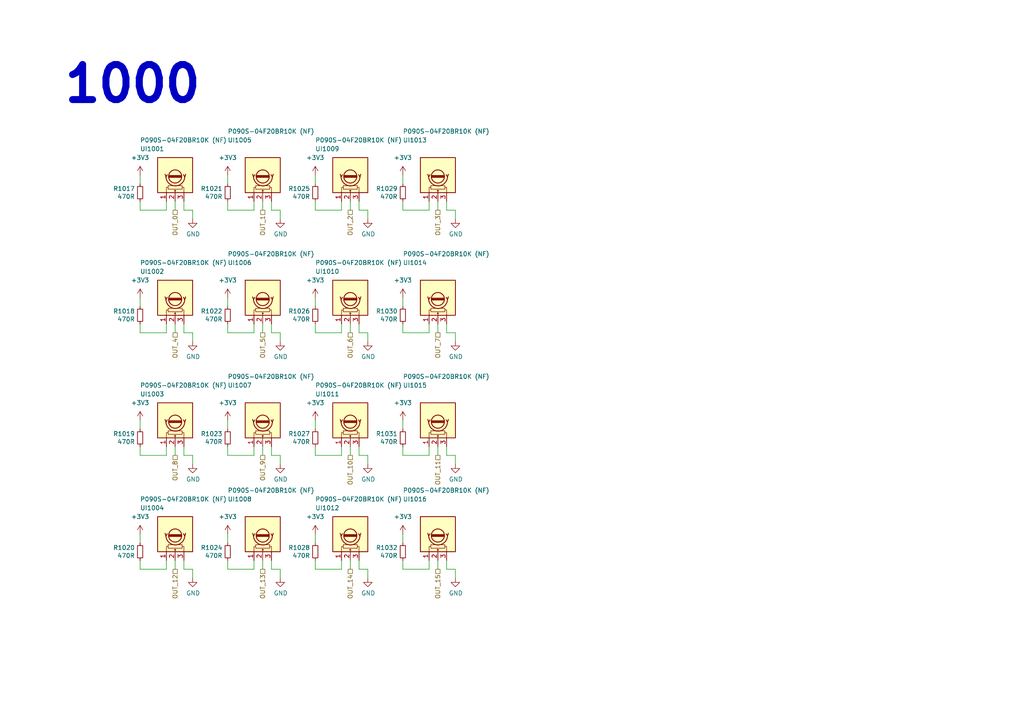
<source format=kicad_sch>
(kicad_sch (version 20230121) (generator eeschema)
  (paper "A4")
  (lib_symbols
    (symbol "power:+3V3" (power) (pin_names (offset 0))
      (property "Value" "+3V3" (at 0 3.556 0))
      (symbol "+3V3_0_1"
        (polyline (pts (xy -0.762 1.27) (xy 0 2.54)))
        (polyline (pts (xy 0 0) (xy 0 2.54)))
        (polyline (pts (xy 0 2.54) (xy 0.762 1.27)))
      )
      (symbol "+3V3_1_1"
        (pin power_in line (at 0 0 90) (length 0) hide (name "+3V3") (number "1"))
      )
    )
    (symbol "power:GND" (power) (pin_names (offset 0))
      (property "Value" "GND" (at 0 -3.81 0))
      (symbol "GND_0_1"
        (polyline (pts (xy 0 0) (xy 0 -1.27) (xy 1.27 -1.27) (xy 0 -2.54) (xy -1.27 -1.27) (xy 0 -1.27)))
      )
      (symbol "GND_1_1"
        (pin power_in line (at 0 0 270) (length 0) hide (name "GND") (number "1"))
      )
    )
    (symbol "suku_basics:RES" (pin_numbers hide) (pin_names (offset 0.254) hide)
      (property "Reference" "R" (at 0.762 0.508 0))
      (property "Value" "RES" (at 0.762 -1.016 0))
      (symbol "RES_1_1"
        (rectangle (start -0.762 1.778) (end 0.762 -1.778) (stroke (width 0.2032)))
        (pin passive line (at 0 2.54 270) (length 0.762) (name "~") (number "1"))
        (pin passive line (at 0 -2.54 90) (length 0.762) (name "~") (number "2"))
      )
    )
    (symbol "suku_basics:UI_Potentiometer" (pin_names (offset 0.254) hide)
      (property "Reference" "UI" (at 0 11.684 0))
      (property "Value" "UI_Potentiometer" (at 0 -12.7 0))
      (symbol "UI_Potentiometer_0_1"
        (rectangle (start -5.08 5.08) (end 5.08 -5.08) (stroke (width 0.254)) (fill (type background)))
        (rectangle (start -4.064 2.032) (end -3.048 -2.032))
        (circle (center -0.381 0) (radius 1.905) (stroke (width 0.254)))
        (arc (start -0.381 2.667) (mid -3.0988 -0.0635) (end -0.381 -2.794) (stroke (width 0.254)))
        (polyline (pts (xy -0.635 -1.778) (xy -0.635 1.778)) (stroke (width 0.254)))
        (polyline (pts (xy -0.381 -1.778) (xy -0.381 1.778)) (stroke (width 0.254)))
        (polyline (pts (xy -0.127 1.778) (xy -0.127 -1.778)) (stroke (width 0.254)))
        (polyline (pts (xy 0.254 -3.048) (xy -0.508 -2.794) (xy 0.127 -2.413)) (stroke (width 0.254)))
        (polyline (pts (xy 0.254 2.921) (xy -0.508 2.667) (xy 0.127 2.286)) (stroke (width 0.254)))
        (polyline (pts (xy -5.08 -2.54) (xy -3.81 -2.54) (xy -3.556 -2.54) (xy -3.556 -2.032)))
        (polyline (pts (xy -5.08 2.54) (xy -3.81 2.54) (xy -3.556 2.54) (xy -3.556 2.032)))
        (polyline (pts (xy -5.08 0) (xy -4.318 0) (xy -4.572 0.254) (xy -4.572 -0.254) (xy -4.318 0)))
      )
      (symbol "UI_Potentiometer_1_1"
        (pin passive line (at -7.62 2.54 0) (length 2.54) (name "1") (number "1"))
        (pin passive line (at -7.62 0 0) (length 2.54) (name "2") (number "2"))
        (pin passive line (at -7.62 -2.54 0) (length 2.54) (name "3") (number "3"))
        (pin no_connect line (at 0 7.62 270) (length 2.54) hide (name "4") (number "4"))
        (pin no_connect line (at 0 -7.62 90) (length 2.54) hide (name "5") (number "5"))
      )
    )
  )
  (wire (pts (xy 91.44 50.8) (xy 91.44 53.34)))
  (wire (pts (xy 81.28 99.06) (xy 81.28 96.52)))
  (wire (pts (xy 48.26 165.1) (xy 48.26 162.56)))
  (wire (pts (xy 53.34 60.96) (xy 53.34 58.42)))
  (wire (pts (xy 40.64 165.1) (xy 48.26 165.1)))
  (wire (pts (xy 66.04 60.96) (xy 73.66 60.96)))
  (wire (pts (xy 116.84 60.96) (xy 124.46 60.96)))
  (wire (pts (xy 106.68 99.06) (xy 106.68 96.52)))
  (wire (pts (xy 78.74 96.52) (xy 78.74 93.98)))
  (wire (pts (xy 124.46 60.96) (xy 124.46 58.42)))
  (wire (pts (xy 66.04 154.94) (xy 66.04 157.48)))
  (wire (pts (xy 132.08 60.96) (xy 129.54 60.96)))
  (wire (pts (xy 73.66 96.52) (xy 73.66 93.98)))
  (wire (pts (xy 55.88 63.5) (xy 55.88 60.96)))
  (wire (pts (xy 106.68 167.64) (xy 106.68 165.1)))
  (wire (pts (xy 91.44 96.52) (xy 99.06 96.52)))
  (wire (pts (xy 91.44 121.92) (xy 91.44 124.46)))
  (wire (pts (xy 106.68 134.62) (xy 106.68 132.08)))
  (wire (pts (xy 132.08 134.62) (xy 132.08 132.08)))
  (wire (pts (xy 127 60.96) (xy 127 58.42)))
  (wire (pts (xy 50.8 96.52) (xy 50.8 93.98)))
  (wire (pts (xy 76.2 132.08) (xy 76.2 129.54)))
  (wire (pts (xy 78.74 132.08) (xy 78.74 129.54)))
  (wire (pts (xy 81.28 96.52) (xy 78.74 96.52)))
  (wire (pts (xy 127 132.08) (xy 127 129.54)))
  (wire (pts (xy 99.06 132.08) (xy 99.06 129.54)))
  (wire (pts (xy 55.88 96.52) (xy 53.34 96.52)))
  (wire (pts (xy 53.34 165.1) (xy 53.34 162.56)))
  (wire (pts (xy 40.64 96.52) (xy 48.26 96.52)))
  (wire (pts (xy 132.08 167.64) (xy 132.08 165.1)))
  (wire (pts (xy 104.14 165.1) (xy 104.14 162.56)))
  (wire (pts (xy 40.64 121.92) (xy 40.64 124.46)))
  (wire (pts (xy 81.28 134.62) (xy 81.28 132.08)))
  (wire (pts (xy 48.26 96.52) (xy 48.26 93.98)))
  (wire (pts (xy 124.46 165.1) (xy 124.46 162.56)))
  (wire (pts (xy 78.74 165.1) (xy 78.74 162.56)))
  (wire (pts (xy 66.04 50.8) (xy 66.04 53.34)))
  (wire (pts (xy 99.06 96.52) (xy 99.06 93.98)))
  (wire (pts (xy 66.04 86.36) (xy 66.04 88.9)))
  (wire (pts (xy 101.6 96.52) (xy 101.6 93.98)))
  (wire (pts (xy 91.44 58.42) (xy 91.44 60.96)))
  (wire (pts (xy 81.28 132.08) (xy 78.74 132.08)))
  (wire (pts (xy 127 96.52) (xy 127 93.98)))
  (wire (pts (xy 76.2 165.1) (xy 76.2 162.56)))
  (wire (pts (xy 66.04 93.98) (xy 66.04 96.52)))
  (wire (pts (xy 101.6 132.08) (xy 101.6 129.54)))
  (wire (pts (xy 124.46 132.08) (xy 124.46 129.54)))
  (wire (pts (xy 91.44 129.54) (xy 91.44 132.08)))
  (wire (pts (xy 129.54 132.08) (xy 129.54 129.54)))
  (wire (pts (xy 40.64 50.8) (xy 40.64 53.34)))
  (wire (pts (xy 99.06 165.1) (xy 99.06 162.56)))
  (wire (pts (xy 129.54 165.1) (xy 129.54 162.56)))
  (wire (pts (xy 76.2 60.96) (xy 76.2 58.42)))
  (wire (pts (xy 73.66 165.1) (xy 73.66 162.56)))
  (wire (pts (xy 76.2 96.52) (xy 76.2 93.98)))
  (wire (pts (xy 53.34 96.52) (xy 53.34 93.98)))
  (wire (pts (xy 66.04 58.42) (xy 66.04 60.96)))
  (wire (pts (xy 66.04 132.08) (xy 73.66 132.08)))
  (wire (pts (xy 40.64 86.36) (xy 40.64 88.9)))
  (wire (pts (xy 129.54 96.52) (xy 129.54 93.98)))
  (wire (pts (xy 101.6 60.96) (xy 101.6 58.42)))
  (wire (pts (xy 40.64 60.96) (xy 48.26 60.96)))
  (wire (pts (xy 50.8 165.1) (xy 50.8 162.56)))
  (wire (pts (xy 66.04 96.52) (xy 73.66 96.52)))
  (wire (pts (xy 55.88 167.64) (xy 55.88 165.1)))
  (wire (pts (xy 132.08 99.06) (xy 132.08 96.52)))
  (wire (pts (xy 73.66 60.96) (xy 73.66 58.42)))
  (wire (pts (xy 91.44 154.94) (xy 91.44 157.48)))
  (wire (pts (xy 116.84 129.54) (xy 116.84 132.08)))
  (wire (pts (xy 132.08 165.1) (xy 129.54 165.1)))
  (wire (pts (xy 91.44 162.56) (xy 91.44 165.1)))
  (wire (pts (xy 99.06 60.96) (xy 99.06 58.42)))
  (wire (pts (xy 127 165.1) (xy 127 162.56)))
  (wire (pts (xy 104.14 60.96) (xy 104.14 58.42)))
  (wire (pts (xy 48.26 132.08) (xy 48.26 129.54)))
  (wire (pts (xy 91.44 60.96) (xy 99.06 60.96)))
  (wire (pts (xy 53.34 132.08) (xy 53.34 129.54)))
  (wire (pts (xy 40.64 93.98) (xy 40.64 96.52)))
  (wire (pts (xy 104.14 96.52) (xy 104.14 93.98)))
  (wire (pts (xy 55.88 99.06) (xy 55.88 96.52)))
  (wire (pts (xy 129.54 60.96) (xy 129.54 58.42)))
  (wire (pts (xy 40.64 129.54) (xy 40.64 132.08)))
  (wire (pts (xy 91.44 165.1) (xy 99.06 165.1)))
  (wire (pts (xy 116.84 96.52) (xy 124.46 96.52)))
  (wire (pts (xy 116.84 93.98) (xy 116.84 96.52)))
  (wire (pts (xy 116.84 165.1) (xy 124.46 165.1)))
  (wire (pts (xy 40.64 132.08) (xy 48.26 132.08)))
  (wire (pts (xy 104.14 132.08) (xy 104.14 129.54)))
  (wire (pts (xy 116.84 132.08) (xy 124.46 132.08)))
  (wire (pts (xy 81.28 63.5) (xy 81.28 60.96)))
  (wire (pts (xy 116.84 121.92) (xy 116.84 124.46)))
  (wire (pts (xy 40.64 154.94) (xy 40.64 157.48)))
  (wire (pts (xy 132.08 63.5) (xy 132.08 60.96)))
  (wire (pts (xy 91.44 86.36) (xy 91.44 88.9)))
  (wire (pts (xy 124.46 96.52) (xy 124.46 93.98)))
  (wire (pts (xy 55.88 165.1) (xy 53.34 165.1)))
  (wire (pts (xy 106.68 96.52) (xy 104.14 96.52)))
  (wire (pts (xy 81.28 165.1) (xy 78.74 165.1)))
  (wire (pts (xy 116.84 86.36) (xy 116.84 88.9)))
  (wire (pts (xy 40.64 162.56) (xy 40.64 165.1)))
  (wire (pts (xy 132.08 96.52) (xy 129.54 96.52)))
  (wire (pts (xy 66.04 165.1) (xy 73.66 165.1)))
  (wire (pts (xy 50.8 60.96) (xy 50.8 58.42)))
  (wire (pts (xy 55.88 60.96) (xy 53.34 60.96)))
  (wire (pts (xy 91.44 93.98) (xy 91.44 96.52)))
  (wire (pts (xy 106.68 165.1) (xy 104.14 165.1)))
  (wire (pts (xy 106.68 63.5) (xy 106.68 60.96)))
  (wire (pts (xy 116.84 58.42) (xy 116.84 60.96)))
  (wire (pts (xy 66.04 162.56) (xy 66.04 165.1)))
  (wire (pts (xy 91.44 132.08) (xy 99.06 132.08)))
  (wire (pts (xy 66.04 129.54) (xy 66.04 132.08)))
  (wire (pts (xy 78.74 60.96) (xy 78.74 58.42)))
  (wire (pts (xy 55.88 134.62) (xy 55.88 132.08)))
  (wire (pts (xy 81.28 167.64) (xy 81.28 165.1)))
  (wire (pts (xy 101.6 165.1) (xy 101.6 162.56)))
  (wire (pts (xy 48.26 60.96) (xy 48.26 58.42)))
  (wire (pts (xy 132.08 132.08) (xy 129.54 132.08)))
  (wire (pts (xy 50.8 132.08) (xy 50.8 129.54)))
  (wire (pts (xy 81.28 60.96) (xy 78.74 60.96)))
  (wire (pts (xy 116.84 154.94) (xy 116.84 157.48)))
  (wire (pts (xy 106.68 60.96) (xy 104.14 60.96)))
  (wire (pts (xy 106.68 132.08) (xy 104.14 132.08)))
  (wire (pts (xy 73.66 132.08) (xy 73.66 129.54)))
  (wire (pts (xy 116.84 162.56) (xy 116.84 165.1)))
  (wire (pts (xy 66.04 121.92) (xy 66.04 124.46)))
  (wire (pts (xy 40.64 58.42) (xy 40.64 60.96)))
  (wire (pts (xy 116.84 50.8) (xy 116.84 53.34)))
  (wire (pts (xy 55.88 132.08) (xy 53.34 132.08)))
  (text "1000" (at 17.78 30.48 0) (effects (font (size 10.16 10.16) (thickness 2.032) bold) (justify left bottom)))
  (hierarchical_label "OUT_10" (shape passive) (at 101.6 132.08 270))
  (hierarchical_label "OUT_11" (shape passive) (at 127 132.08 270))
  (hierarchical_label "OUT_15" (shape passive) (at 127 165.1 270))
  (hierarchical_label "OUT_4" (shape passive) (at 50.8 96.52 270))
  (hierarchical_label "OUT_3" (shape passive) (at 127 60.96 270))
  (hierarchical_label "OUT_9" (shape passive) (at 76.2 132.08 270))
  (hierarchical_label "OUT_7" (shape passive) (at 127 96.52 270))
  (hierarchical_label "OUT_8" (shape passive) (at 50.8 132.08 270))
  (hierarchical_label "OUT_2" (shape passive) (at 101.6 60.96 270))
  (hierarchical_label "OUT_6" (shape passive) (at 101.6 96.52 270))
  (hierarchical_label "OUT_1" (shape passive) (at 76.2 60.96 270))
  (hierarchical_label "OUT_12" (shape passive) (at 50.8 165.1 270))
  (hierarchical_label "OUT_5" (shape passive) (at 76.2 96.52 270))
  (hierarchical_label "OUT_0" (shape passive) (at 50.8 60.96 270))
  (hierarchical_label "OUT_14" (shape passive) (at 101.6 165.1 270))
  (hierarchical_label "OUT_13" (shape passive) (at 76.2 165.1 270))
  (symbol (lib_id "suku_basics:UI_Potentiometer") (at 50.8 50.8 90) (unit 1)
    (property "Reference" "UI1001" (at 40.64 43.18 90) (effects (justify right)))
    (property "Value" "P090S-04F20BR10K (NF)" (at 40.64 40.64 90) (effects (justify right)))
    (property "Footprint" "suku_basics:UI_POT_TT" (effects hide))
  )
  (symbol (lib_id "suku_basics:UI_Potentiometer") (at 76.2 50.8 90) (unit 1)
    (property "Reference" "UI1005" (at 66.04 40.64 90) (effects (justify right)))
    (property "Value" "P090S-04F20BR10K (NF)" (at 66.04 38.1 90) (effects (justify right)))
    (property "Footprint" "suku_basics:UI_POT_TT" (effects hide))
  )
  (symbol (lib_id "suku_basics:UI_Potentiometer") (at 101.6 50.8 90) (unit 1)
    (property "Reference" "UI1009" (at 91.44 43.18 90) (effects (justify right)))
    (property "Value" "P090S-04F20BR10K (NF)" (at 91.44 40.64 90) (effects (justify right)))
    (property "Footprint" "suku_basics:UI_POT_TT" (effects hide))
  )
  (symbol (lib_id "suku_basics:UI_Potentiometer") (at 127 50.8 90) (unit 1)
    (property "Reference" "UI1013" (at 116.84 40.64 90) (effects (justify right)))
    (property "Value" "P090S-04F20BR10K (NF)" (at 116.84 38.1 90) (effects (justify right)))
    (property "Footprint" "suku_basics:UI_POT_TT" (effects hide))
  )
  (symbol (lib_id "power:GND") (at 55.88 63.5 0) (unit 1)
    (property "Reference" "#PWR01029" (effects hide))
    (property "Value" "GND" (at 56.007 67.8942 0))
  )
  (symbol (lib_id "power:GND") (at 81.28 63.5 0) (unit 1)
    (property "Reference" "#PWR01037" (effects hide))
    (property "Value" "GND" (at 81.407 67.8942 0))
  )
  (symbol (lib_id "power:GND") (at 106.68 63.5 0) (unit 1)
    (property "Reference" "#PWR01045" (effects hide))
    (property "Value" "GND" (at 106.807 67.8942 0))
  )
  (symbol (lib_id "power:GND") (at 132.08 63.5 0) (unit 1)
    (property "Reference" "#PWR01053" (effects hide))
    (property "Value" "GND" (at 132.207 67.8942 0))
  )
  (symbol (lib_id "power:+3V3") (at 40.64 154.94 0) (unit 1)
    (property "Reference" "#PWR01028" (effects hide))
    (property "Value" "+3V3" (at 40.64 149.86 0))
  )
  (symbol (lib_id "power:+3V3") (at 91.44 86.36 0) (unit 1)
    (property "Reference" "#PWR01042" (effects hide))
    (property "Value" "+3V3" (at 91.44 81.28 0))
  )
  (symbol (lib_id "power:+3V3") (at 91.44 154.94 0) (unit 1)
    (property "Reference" "#PWR01044" (effects hide))
    (property "Value" "+3V3" (at 91.44 149.86 0))
  )
  (symbol (lib_id "suku_basics:RES") (at 66.04 127 0) (mirror y) (unit 1)
    (property "Reference" "R1023" (at 64.5414 125.8316 0) (effects (justify left)))
    (property "Value" "470R" (at 64.5414 128.143 0) (effects (justify left)))
    (property "Footprint" "suku_basics:RES_0402" (effects hide))
  )
  (symbol (lib_id "suku_basics:UI_Potentiometer") (at 101.6 86.36 90) (unit 1)
    (property "Reference" "UI1010" (at 91.44 78.74 90) (effects (justify right)))
    (property "Value" "P090S-04F20BR10K (NF)" (at 91.44 76.2 90) (effects (justify right)))
    (property "Footprint" "suku_basics:UI_POT_TT" (effects hide))
  )
  (symbol (lib_id "power:GND") (at 55.88 99.06 0) (unit 1)
    (property "Reference" "#PWR01030" (effects hide))
    (property "Value" "GND" (at 56.007 103.4542 0))
  )
  (symbol (lib_id "suku_basics:RES") (at 91.44 55.88 0) (mirror y) (unit 1)
    (property "Reference" "R1025" (at 89.9414 54.7116 0) (effects (justify left)))
    (property "Value" "470R" (at 89.9414 57.023 0) (effects (justify left)))
    (property "Footprint" "suku_basics:RES_0402" (effects hide))
  )
  (symbol (lib_id "suku_basics:RES") (at 116.84 127 0) (mirror y) (unit 1)
    (property "Reference" "R1031" (at 115.3414 125.8316 0) (effects (justify left)))
    (property "Value" "470R" (at 115.3414 128.143 0) (effects (justify left)))
    (property "Footprint" "suku_basics:RES_0402" (effects hide))
  )
  (symbol (lib_id "power:GND") (at 81.28 167.64 0) (unit 1)
    (property "Reference" "#PWR01040" (effects hide))
    (property "Value" "GND" (at 81.407 172.0342 0))
  )
  (symbol (lib_id "power:+3V3") (at 116.84 50.8 0) (unit 1)
    (property "Reference" "#PWR01049" (effects hide))
    (property "Value" "+3V3" (at 116.84 45.72 0))
  )
  (symbol (lib_id "suku_basics:UI_Potentiometer") (at 101.6 154.94 90) (unit 1)
    (property "Reference" "UI1012" (at 91.44 147.32 90) (effects (justify right)))
    (property "Value" "P090S-04F20BR10K (NF)" (at 91.44 144.78 90) (effects (justify right)))
    (property "Footprint" "suku_basics:UI_POT_TT" (effects hide))
  )
  (symbol (lib_id "power:GND") (at 81.28 134.62 0) (unit 1)
    (property "Reference" "#PWR01039" (effects hide))
    (property "Value" "GND" (at 81.407 139.0142 0))
  )
  (symbol (lib_id "suku_basics:RES") (at 40.64 160.02 0) (mirror y) (unit 1)
    (property "Reference" "R1020" (at 39.1414 158.8516 0) (effects (justify left)))
    (property "Value" "470R" (at 39.1414 161.163 0) (effects (justify left)))
    (property "Footprint" "suku_basics:RES_0402" (effects hide))
  )
  (symbol (lib_id "power:+3V3") (at 40.64 86.36 0) (unit 1)
    (property "Reference" "#PWR01026" (effects hide))
    (property "Value" "+3V3" (at 40.64 81.28 0))
  )
  (symbol (lib_id "power:+3V3") (at 40.64 121.92 0) (unit 1)
    (property "Reference" "#PWR01027" (effects hide))
    (property "Value" "+3V3" (at 40.64 116.84 0))
  )
  (symbol (lib_id "power:GND") (at 106.68 167.64 0) (unit 1)
    (property "Reference" "#PWR01048" (effects hide))
    (property "Value" "GND" (at 106.807 172.0342 0))
  )
  (symbol (lib_id "suku_basics:UI_Potentiometer") (at 50.8 154.94 90) (unit 1)
    (property "Reference" "UI1004" (at 40.64 147.32 90) (effects (justify right)))
    (property "Value" "P090S-04F20BR10K (NF)" (at 40.64 144.78 90) (effects (justify right)))
    (property "Footprint" "suku_basics:UI_POT_TT" (effects hide))
  )
  (symbol (lib_id "suku_basics:RES") (at 66.04 91.44 0) (mirror y) (unit 1)
    (property "Reference" "R1022" (at 64.5414 90.2716 0) (effects (justify left)))
    (property "Value" "470R" (at 64.5414 92.583 0) (effects (justify left)))
    (property "Footprint" "suku_basics:RES_0402" (effects hide))
  )
  (symbol (lib_id "power:+3V3") (at 66.04 86.36 0) (unit 1)
    (property "Reference" "#PWR01034" (effects hide))
    (property "Value" "+3V3" (at 66.04 81.28 0))
  )
  (symbol (lib_id "suku_basics:RES") (at 66.04 55.88 0) (mirror y) (unit 1)
    (property "Reference" "R1021" (at 64.5414 54.7116 0) (effects (justify left)))
    (property "Value" "470R" (at 64.5414 57.023 0) (effects (justify left)))
    (property "Footprint" "suku_basics:RES_0402" (effects hide))
  )
  (symbol (lib_id "power:GND") (at 81.28 99.06 0) (unit 1)
    (property "Reference" "#PWR01038" (effects hide))
    (property "Value" "GND" (at 81.407 103.4542 0))
  )
  (symbol (lib_id "suku_basics:UI_Potentiometer") (at 76.2 86.36 90) (unit 1)
    (property "Reference" "UI1006" (at 66.04 76.2 90) (effects (justify right)))
    (property "Value" "P090S-04F20BR10K (NF)" (at 66.04 73.66 90) (effects (justify right)))
    (property "Footprint" "suku_basics:UI_POT_TT" (effects hide))
  )
  (symbol (lib_id "power:GND") (at 132.08 99.06 0) (unit 1)
    (property "Reference" "#PWR01054" (effects hide))
    (property "Value" "GND" (at 132.207 103.4542 0))
  )
  (symbol (lib_id "power:GND") (at 132.08 134.62 0) (unit 1)
    (property "Reference" "#PWR01055" (effects hide))
    (property "Value" "GND" (at 132.207 139.0142 0))
  )
  (symbol (lib_id "suku_basics:UI_Potentiometer") (at 76.2 121.92 90) (unit 1)
    (property "Reference" "UI1007" (at 66.04 111.76 90) (effects (justify right)))
    (property "Value" "P090S-04F20BR10K (NF)" (at 66.04 109.22 90) (effects (justify right)))
    (property "Footprint" "suku_basics:UI_POT_TT" (effects hide))
  )
  (symbol (lib_id "power:+3V3") (at 116.84 86.36 0) (unit 1)
    (property "Reference" "#PWR01050" (effects hide))
    (property "Value" "+3V3" (at 116.84 81.28 0))
  )
  (symbol (lib_id "suku_basics:UI_Potentiometer") (at 101.6 121.92 90) (unit 1)
    (property "Reference" "UI1011" (at 91.44 114.3 90) (effects (justify right)))
    (property "Value" "P090S-04F20BR10K (NF)" (at 91.44 111.76 90) (effects (justify right)))
    (property "Footprint" "suku_basics:UI_POT_TT" (effects hide))
  )
  (symbol (lib_id "power:+3V3") (at 91.44 50.8 0) (unit 1)
    (property "Reference" "#PWR01041" (effects hide))
    (property "Value" "+3V3" (at 91.44 45.72 0))
  )
  (symbol (lib_id "suku_basics:UI_Potentiometer") (at 50.8 121.92 90) (unit 1)
    (property "Reference" "UI1003" (at 40.64 114.3 90) (effects (justify right)))
    (property "Value" "P090S-04F20BR10K (NF)" (at 40.64 111.76 90) (effects (justify right)))
    (property "Footprint" "suku_basics:UI_POT_TT" (effects hide))
  )
  (symbol (lib_id "power:+3V3") (at 66.04 121.92 0) (unit 1)
    (property "Reference" "#PWR01035" (effects hide))
    (property "Value" "+3V3" (at 66.04 116.84 0))
  )
  (symbol (lib_id "suku_basics:RES") (at 40.64 91.44 0) (mirror y) (unit 1)
    (property "Reference" "R1018" (at 39.1414 90.2716 0) (effects (justify left)))
    (property "Value" "470R" (at 39.1414 92.583 0) (effects (justify left)))
    (property "Footprint" "suku_basics:RES_0402" (effects hide))
  )
  (symbol (lib_id "power:+3V3") (at 116.84 154.94 0) (unit 1)
    (property "Reference" "#PWR01052" (effects hide))
    (property "Value" "+3V3" (at 116.84 149.86 0))
  )
  (symbol (lib_id "suku_basics:RES") (at 116.84 55.88 0) (mirror y) (unit 1)
    (property "Reference" "R1029" (at 115.3414 54.7116 0) (effects (justify left)))
    (property "Value" "470R" (at 115.3414 57.023 0) (effects (justify left)))
    (property "Footprint" "suku_basics:RES_0402" (effects hide))
  )
  (symbol (lib_id "suku_basics:UI_Potentiometer") (at 127 154.94 90) (unit 1)
    (property "Reference" "UI1016" (at 116.84 144.78 90) (effects (justify right)))
    (property "Value" "P090S-04F20BR10K (NF)" (at 116.84 142.24 90) (effects (justify right)))
    (property "Footprint" "suku_basics:UI_POT_TT" (effects hide))
  )
  (symbol (lib_id "suku_basics:RES") (at 91.44 91.44 0) (mirror y) (unit 1)
    (property "Reference" "R1026" (at 89.9414 90.2716 0) (effects (justify left)))
    (property "Value" "470R" (at 89.9414 92.583 0) (effects (justify left)))
    (property "Footprint" "suku_basics:RES_0402" (effects hide))
  )
  (symbol (lib_id "power:GND") (at 55.88 134.62 0) (unit 1)
    (property "Reference" "#PWR01031" (effects hide))
    (property "Value" "GND" (at 56.007 139.0142 0))
  )
  (symbol (lib_id "suku_basics:UI_Potentiometer") (at 76.2 154.94 90) (unit 1)
    (property "Reference" "UI1008" (at 66.04 144.78 90) (effects (justify right)))
    (property "Value" "P090S-04F20BR10K (NF)" (at 66.04 142.24 90) (effects (justify right)))
    (property "Footprint" "suku_basics:UI_POT_TT" (effects hide))
  )
  (symbol (lib_id "suku_basics:RES") (at 91.44 127 0) (mirror y) (unit 1)
    (property "Reference" "R1027" (at 89.9414 125.8316 0) (effects (justify left)))
    (property "Value" "470R" (at 89.9414 128.143 0) (effects (justify left)))
    (property "Footprint" "suku_basics:RES_0402" (effects hide))
  )
  (symbol (lib_id "power:GND") (at 55.88 167.64 0) (unit 1)
    (property "Reference" "#PWR01032" (effects hide))
    (property "Value" "GND" (at 56.007 172.0342 0))
  )
  (symbol (lib_id "power:GND") (at 106.68 134.62 0) (unit 1)
    (property "Reference" "#PWR01047" (effects hide))
    (property "Value" "GND" (at 106.807 139.0142 0))
  )
  (symbol (lib_id "suku_basics:UI_Potentiometer") (at 127 121.92 90) (unit 1)
    (property "Reference" "UI1015" (at 116.84 111.76 90) (effects (justify right)))
    (property "Value" "P090S-04F20BR10K (NF)" (at 116.84 109.22 90) (effects (justify right)))
    (property "Footprint" "suku_basics:UI_POT_TT" (effects hide))
  )
  (symbol (lib_id "power:+3V3") (at 91.44 121.92 0) (unit 1)
    (property "Reference" "#PWR01043" (effects hide))
    (property "Value" "+3V3" (at 91.44 116.84 0))
  )
  (symbol (lib_id "power:GND") (at 132.08 167.64 0) (unit 1)
    (property "Reference" "#PWR01056" (effects hide))
    (property "Value" "GND" (at 132.207 172.0342 0))
  )
  (symbol (lib_id "suku_basics:RES") (at 116.84 91.44 0) (mirror y) (unit 1)
    (property "Reference" "R1030" (at 115.3414 90.2716 0) (effects (justify left)))
    (property "Value" "470R" (at 115.3414 92.583 0) (effects (justify left)))
    (property "Footprint" "suku_basics:RES_0402" (effects hide))
  )
  (symbol (lib_id "suku_basics:RES") (at 40.64 55.88 0) (mirror y) (unit 1)
    (property "Reference" "R1017" (at 39.1414 54.7116 0) (effects (justify left)))
    (property "Value" "470R" (at 39.1414 57.023 0) (effects (justify left)))
    (property "Footprint" "suku_basics:RES_0402" (effects hide))
  )
  (symbol (lib_id "suku_basics:RES") (at 40.64 127 0) (mirror y) (unit 1)
    (property "Reference" "R1019" (at 39.1414 125.8316 0) (effects (justify left)))
    (property "Value" "470R" (at 39.1414 128.143 0) (effects (justify left)))
    (property "Footprint" "suku_basics:RES_0402" (effects hide))
  )
  (symbol (lib_id "power:+3V3") (at 66.04 50.8 0) (unit 1)
    (property "Reference" "#PWR01033" (effects hide))
    (property "Value" "+3V3" (at 66.04 45.72 0))
  )
  (symbol (lib_id "power:+3V3") (at 116.84 121.92 0) (unit 1)
    (property "Reference" "#PWR01051" (effects hide))
    (property "Value" "+3V3" (at 116.84 116.84 0))
  )
  (symbol (lib_id "suku_basics:RES") (at 91.44 160.02 0) (mirror y) (unit 1)
    (property "Reference" "R1028" (at 89.9414 158.8516 0) (effects (justify left)))
    (property "Value" "470R" (at 89.9414 161.163 0) (effects (justify left)))
    (property "Footprint" "suku_basics:RES_0402" (effects hide))
  )
  (symbol (lib_id "suku_basics:RES") (at 66.04 160.02 0) (mirror y) (unit 1)
    (property "Reference" "R1024" (at 64.5414 158.8516 0) (effects (justify left)))
    (property "Value" "470R" (at 64.5414 161.163 0) (effects (justify left)))
    (property "Footprint" "suku_basics:RES_0402" (effects hide))
  )
  (symbol (lib_id "power:GND") (at 106.68 99.06 0) (unit 1)
    (property "Reference" "#PWR01046" (effects hide))
    (property "Value" "GND" (at 106.807 103.4542 0))
  )
  (symbol (lib_id "power:+3V3") (at 40.64 50.8 0) (unit 1)
    (property "Reference" "#PWR01025" (effects hide))
    (property "Value" "+3V3" (at 40.64 45.72 0))
  )
  (symbol (lib_id "suku_basics:UI_Potentiometer") (at 127 86.36 90) (unit 1)
    (property "Reference" "UI1014" (at 116.84 76.2 90) (effects (justify right)))
    (property "Value" "P090S-04F20BR10K (NF)" (at 116.84 73.66 90) (effects (justify right)))
    (property "Footprint" "suku_basics:UI_POT_TT" (effects hide))
  )
  (symbol (lib_id "suku_basics:UI_Potentiometer") (at 50.8 86.36 90) (unit 1)
    (property "Reference" "UI1002" (at 40.64 78.74 90) (effects (justify right)))
    (property "Value" "P090S-04F20BR10K (NF)" (at 40.64 76.2 90) (effects (justify right)))
    (property "Footprint" "suku_basics:UI_POT_TT" (effects hide))
  )
  (symbol (lib_id "power:+3V3") (at 66.04 154.94 0) (unit 1)
    (property "Reference" "#PWR01036" (effects hide))
    (property "Value" "+3V3" (at 66.04 149.86 0))
  )
  (symbol (lib_id "suku_basics:RES") (at 116.84 160.02 0) (mirror y) (unit 1)
    (property "Reference" "R1032" (at 115.3414 158.8516 0) (effects (justify left)))
    (property "Value" "470R" (at 115.3414 161.163 0) (effects (justify left)))
    (property "Footprint" "suku_basics:RES_0402" (effects hide))
  )
)
</source>
